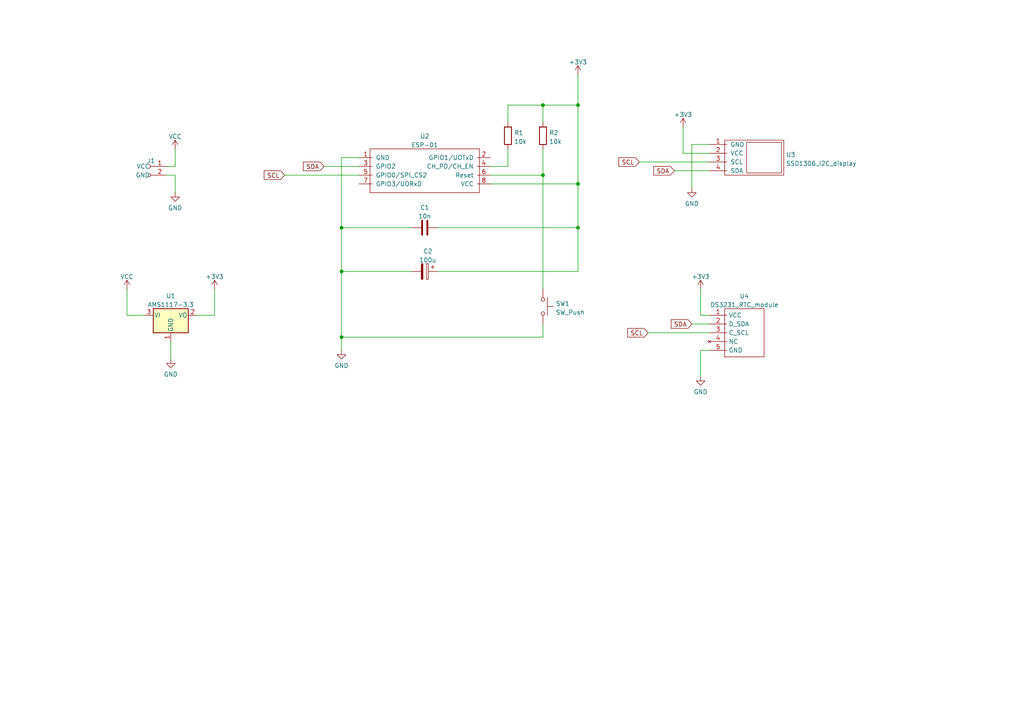
<source format=kicad_sch>
(kicad_sch (version 20211123) (generator eeschema)
  (paper "A4")
  (lib_symbols
    (symbol "Device:C" (pin_numbers hide) (pin_names (offset 0.254))
      (property "Reference" "C" (at 0.635 2.54 0))
      (property "Value" "C" (at 0.635 -2.54 0))
      (symbol "C_0_1"
        (polyline (pts (xy -2.032 -0.762) (xy 2.032 -0.762)) (stroke (width 0.508)))
        (polyline (pts (xy -2.032 0.762) (xy 2.032 0.762)) (stroke (width 0.508)))
      )
      (symbol "C_1_1"
        (pin passive line (at 0 3.81 270) (length 2.794) (name "~") (number "1"))
        (pin passive line (at 0 -3.81 90) (length 2.794) (name "~") (number "2"))
      )
    )
    (symbol "Device:C_Polarized" (pin_numbers hide) (pin_names (offset 0.254))
      (property "Reference" "C" (at 0.635 2.54 0))
      (property "Value" "C_Polarized" (at 0.635 -2.54 0))
      (symbol "C_Polarized_0_1"
        (rectangle (start -2.286 0.508) (end 2.286 1.016))
        (polyline (pts (xy -1.778 2.286) (xy -0.762 2.286)))
        (polyline (pts (xy -1.27 2.794) (xy -1.27 1.778)))
        (rectangle (start 2.286 -0.508) (end -2.286 -1.016) (fill (type outline)))
      )
      (symbol "C_Polarized_1_1"
        (pin passive line (at 0 3.81 270) (length 2.794) (name "~") (number "1"))
        (pin passive line (at 0 -3.81 90) (length 2.794) (name "~") (number "2"))
      )
    )
    (symbol "Device:R" (pin_numbers hide) (pin_names (offset 0))
      (property "Reference" "R" (at 2.032 0 90))
      (property "Value" "R" (at 0 0 90))
      (symbol "R_0_1"
        (rectangle (start -1.016 -2.54) (end 1.016 2.54) (stroke (width 0.254)))
      )
      (symbol "R_1_1"
        (pin passive line (at 0 3.81 270) (length 1.27) (name "~") (number "1"))
        (pin passive line (at 0 -3.81 90) (length 1.27) (name "~") (number "2"))
      )
    )
    (symbol "My_Arduino:ESP-01" (pin_names (offset 1.016))
      (property "Reference" "U" (at 4.445 3.81 0))
      (property "Value" "ESP-01" (at 6.985 -11.43 0))
      (symbol "ESP-01_0_1"
        (polyline (pts (xy 3.175 2.54) (xy 34.925 2.54) (xy 34.925 -10.16) (xy 3.175 -10.16) (xy 3.175 2.54)) (stroke (width 0.1524)))
      )
      (symbol "ESP-01_1_1"
        (pin output line (at 0 0 0) (length 3.81) (name "GND") (number "1"))
        (pin power_in line (at 38.1 0 180) (length 3.81) (name "GPIO1/UOTxD") (number "2"))
        (pin input line (at 0 -2.54 0) (length 3.81) (name "GPIO2") (number "3"))
        (pin tri_state line (at 38.1 -2.54 180) (length 3.81) (name "CH_PD/CH_EN") (number "4"))
        (pin input line (at 0 -5.08 0) (length 3.81) (name "GPIO0/SPI_CS2") (number "5"))
        (pin tri_state line (at 38.1 -5.08 180) (length 3.81) (name "Reset") (number "6"))
        (pin power_in line (at 0 -7.62 0) (length 3.81) (name "GPIO3/UORxD") (number "7"))
        (pin input line (at 38.1 -7.62 180) (length 3.81) (name "VCC") (number "8"))
      )
    )
    (symbol "My_Headers:2-pin_power_input_header" (pin_names (offset 1.016))
      (property "Reference" "J" (at 0 2.54 0))
      (symbol "2-pin_power_input_header_1_1"
        (arc (start 0 -2.032) (mid -0.508 -2.54) (end 0 -3.048) (stroke (width 0.1524)))
        (polyline (pts (xy -1.27 -2.54) (xy -0.508 -2.54)) (stroke (width 0.1524)))
        (polyline (pts (xy -1.27 0) (xy -0.508 0)) (stroke (width 0.1524)))
        (arc (start 0 0.508) (mid -0.508 0) (end 0 -0.508) (stroke (width 0.1524)))
        (pin power_out line (at -5.08 0 0) (length 3.81) (name "VCC") (number "1"))
        (pin power_out line (at -5.08 -2.54 0) (length 3.81) (name "GND") (number "2"))
      )
    )
    (symbol "My_Parts:DS3231_RTC_module"
      (property "Reference" "U" (at 5.715 3.175 0))
      (property "Value" "DS3231_RTC_module" (at 8.89 -13.335 0))
      (symbol "DS3231_RTC_module_0_1"
        (polyline (pts (xy 4.445 1.905) (xy 4.445 -12.065) (xy 15.875 -12.065) (xy 15.875 1.905) (xy 4.445 1.905)) (stroke (width 0.1524)))
      )
      (symbol "DS3231_RTC_module_1_1"
        (pin power_in line (at 0 -10.16 0) (length 5.08) (name "VCC") (number "1"))
        (pin bidirectional line (at 0 -7.62 0) (length 5.08) (name "D_SDA") (number "2"))
        (pin bidirectional line (at 0 -5.08 0) (length 5.08) (name "C_SCL") (number "3"))
        (pin no_connect line (at 0 -2.54 0) (length 5.08) (name "NC") (number "4"))
        (pin power_in line (at 0 0 0) (length 5.08) (name "GND") (number "5"))
      )
    )
    (symbol "My_Parts:SSD1306_I2C_display" (pin_names (offset 1.016))
      (property "Reference" "U" (at 5.715 2.54 0))
      (property "Value" "SSD1306_I2C_display" (at 12.7 -10.795 0))
      (symbol "SSD1306_I2C_display_0_1"
        (rectangle (start 4.445 1.27) (end 21.59 -8.89))
        (rectangle (start 10.795 0.635) (end 20.955 -8.255))
      )
      (symbol "SSD1306_I2C_display_1_1"
        (pin power_in line (at 0 0 0) (length 5.08) (name "GND") (number "1"))
        (pin power_in line (at 0 -2.54 0) (length 5.08) (name "VCC") (number "2"))
        (pin input line (at 0 -5.08 0) (length 5.08) (name "SCL") (number "3"))
        (pin input line (at 0 -7.62 0) (length 5.08) (name "SDA") (number "4"))
      )
    )
    (symbol "Regulator_Linear:AMS1117-3.3" (pin_names (offset 0.254))
      (property "Reference" "U" (at -3.81 3.175 0))
      (property "Value" "AMS1117-3.3" (at 0 3.175 0))
      (symbol "AMS1117-3.3_0_1"
        (rectangle (start -5.08 -5.08) (end 5.08 1.905) (stroke (width 0.254)) (fill (type background)))
      )
      (symbol "AMS1117-3.3_1_1"
        (pin power_in line (at 0 -7.62 90) (length 2.54) (name "GND") (number "1"))
        (pin power_out line (at 7.62 0 180) (length 2.54) (name "VO") (number "2"))
        (pin power_in line (at -7.62 0 0) (length 2.54) (name "VI") (number "3"))
      )
    )
    (symbol "Switch:SW_Push" (pin_numbers hide) (pin_names (offset 1.016) hide)
      (property "Reference" "SW" (at 1.27 2.54 0))
      (property "Value" "SW_Push" (at 0 -1.524 0))
      (symbol "SW_Push_0_1"
        (circle (center -2.032 0) (radius 0.508))
        (polyline (pts (xy 0 1.27) (xy 0 3.048)))
        (polyline (pts (xy 2.54 1.27) (xy -2.54 1.27)))
        (circle (center 2.032 0) (radius 0.508))
        (pin passive line (at -5.08 0 0) (length 2.54) (name "1") (number "1"))
        (pin passive line (at 5.08 0 180) (length 2.54) (name "2") (number "2"))
      )
    )
    (symbol "power:+3.3V" (power) (pin_names (offset 0))
      (property "Value" "+3.3V" (at 0 3.556 0))
      (symbol "+3.3V_0_1"
        (polyline (pts (xy -0.762 1.27) (xy 0 2.54)))
        (polyline (pts (xy 0 0) (xy 0 2.54)))
        (polyline (pts (xy 0 2.54) (xy 0.762 1.27)))
      )
      (symbol "+3.3V_1_1"
        (pin power_in line (at 0 0 90) (length 0) hide (name "+3V3") (number "1"))
      )
    )
    (symbol "power:GND" (power) (pin_names (offset 0))
      (property "Value" "GND" (at 0 -3.81 0))
      (symbol "GND_0_1"
        (polyline (pts (xy 0 0) (xy 0 -1.27) (xy 1.27 -1.27) (xy 0 -2.54) (xy -1.27 -1.27) (xy 0 -1.27)))
      )
      (symbol "GND_1_1"
        (pin power_in line (at 0 0 270) (length 0) hide (name "GND") (number "1"))
      )
    )
    (symbol "power:VCC" (power) (pin_names (offset 0))
      (property "Value" "VCC" (at 0 3.81 0))
      (symbol "VCC_0_1"
        (polyline (pts (xy -0.762 1.27) (xy 0 2.54)))
        (polyline (pts (xy 0 0) (xy 0 2.54)))
        (polyline (pts (xy 0 2.54) (xy 0.762 1.27)))
      )
      (symbol "VCC_1_1"
        (pin power_in line (at 0 0 90) (length 0) hide (name "VCC") (number "1"))
      )
    )
  )
  (junction (at 167.64 53.34))
  (junction (at 99.06 97.79))
  (junction (at 157.48 50.8))
  (junction (at 157.48 30.48))
  (junction (at 99.06 66.04))
  (junction (at 167.64 66.04))
  (junction (at 99.06 78.74))
  (junction (at 167.64 30.48))
  (wire (pts (xy 50.8 50.8) (xy 50.8 55.88)))
  (wire (pts (xy 48.26 48.26) (xy 50.8 48.26)))
  (wire (pts (xy 99.06 66.04) (xy 119.38 66.04)))
  (wire (pts (xy 99.06 97.79) (xy 99.06 101.6)))
  (wire (pts (xy 104.14 45.72) (xy 99.06 45.72)))
  (wire (pts (xy 200.66 54.61) (xy 200.66 41.91)))
  (wire (pts (xy 147.32 35.56) (xy 147.32 30.48)))
  (wire (pts (xy 127 66.04) (xy 167.64 66.04)))
  (wire (pts (xy 167.64 30.48) (xy 167.64 53.34)))
  (wire (pts (xy 187.96 96.52) (xy 205.74 96.52)))
  (wire (pts (xy 57.15 91.44) (xy 62.23 91.44)))
  (wire (pts (xy 157.48 50.8) (xy 157.48 83.82)))
  (wire (pts (xy 198.12 44.45) (xy 198.12 36.83)))
  (wire (pts (xy 205.74 44.45) (xy 198.12 44.45)))
  (wire (pts (xy 203.2 91.44) (xy 203.2 83.82)))
  (wire (pts (xy 157.48 30.48) (xy 167.64 30.48)))
  (wire (pts (xy 99.06 97.79) (xy 157.48 97.79)))
  (wire (pts (xy 185.42 46.99) (xy 205.74 46.99)))
  (wire (pts (xy 99.06 78.74) (xy 99.06 97.79)))
  (wire (pts (xy 157.48 50.8) (xy 157.48 43.18)))
  (wire (pts (xy 50.8 48.26) (xy 50.8 43.18)))
  (wire (pts (xy 99.06 45.72) (xy 99.06 66.04)))
  (wire (pts (xy 203.2 109.22) (xy 203.2 101.6)))
  (wire (pts (xy 167.64 21.59) (xy 167.64 30.48)))
  (wire (pts (xy 99.06 78.74) (xy 119.38 78.74)))
  (wire (pts (xy 62.23 91.44) (xy 62.23 83.82)))
  (wire (pts (xy 142.24 50.8) (xy 157.48 50.8)))
  (wire (pts (xy 93.98 48.26) (xy 104.14 48.26)))
  (wire (pts (xy 157.48 30.48) (xy 157.48 35.56)))
  (wire (pts (xy 203.2 91.44) (xy 205.74 91.44)))
  (wire (pts (xy 82.55 50.8) (xy 104.14 50.8)))
  (wire (pts (xy 167.64 66.04) (xy 167.64 53.34)))
  (wire (pts (xy 142.24 53.34) (xy 167.64 53.34)))
  (wire (pts (xy 200.66 41.91) (xy 205.74 41.91)))
  (wire (pts (xy 147.32 30.48) (xy 157.48 30.48)))
  (wire (pts (xy 127 78.74) (xy 167.64 78.74)))
  (wire (pts (xy 157.48 93.98) (xy 157.48 97.79)))
  (wire (pts (xy 147.32 48.26) (xy 147.32 43.18)))
  (wire (pts (xy 36.83 83.82) (xy 36.83 91.44)))
  (wire (pts (xy 49.53 99.06) (xy 49.53 104.14)))
  (wire (pts (xy 203.2 101.6) (xy 205.74 101.6)))
  (wire (pts (xy 200.66 93.98) (xy 205.74 93.98)))
  (wire (pts (xy 195.58 49.53) (xy 205.74 49.53)))
  (wire (pts (xy 142.24 48.26) (xy 147.32 48.26)))
  (wire (pts (xy 36.83 91.44) (xy 41.91 91.44)))
  (wire (pts (xy 99.06 66.04) (xy 99.06 78.74)))
  (wire (pts (xy 167.64 78.74) (xy 167.64 66.04)))
  (wire (pts (xy 48.26 50.8) (xy 50.8 50.8)))
  (global_label "SDA" (shape input) (at 195.58 49.53 180) (property "Intersheet References" "${INTERSHEET_REFS}" (effects hide)))
  (global_label "SCL" (shape input) (at 185.42 46.99 180) (property "Intersheet References" "${INTERSHEET_REFS}" (effects hide)))
  (global_label "SCL" (shape input) (at 187.96 96.52 180) (property "Intersheet References" "${INTERSHEET_REFS}" (effects hide)))
  (global_label "SDA" (shape input) (at 200.66 93.98 180) (property "Intersheet References" "${INTERSHEET_REFS}" (effects hide)))
  (global_label "SCL" (shape input) (at 82.55 50.8 180) (property "Intersheet References" "${INTERSHEET_REFS}" (effects hide)))
  (global_label "SDA" (shape input) (at 93.98 48.26 180) (property "Intersheet References" "${INTERSHEET_REFS}" (effects hide)))
  (symbol (lib_id "Device:R") (at 157.48 39.37 0) (unit 1)
    (property "Reference" "R2" (at 159.258 38.5353 0) (effects (justify left)))
    (property "Value" "10k" (at 159.258 41.0722 0) (effects (justify left)))
    (property "Footprint" "My_Misc:R_Axial_DIN0207_L6.3mm_D2.5mm_P10.16mm_Horizontal_larger_pads" (effects hide))
  )
  (symbol (lib_id "power:+3.3V") (at 198.12 36.83 0) (unit 1)
    (property "Reference" "#PWR0109" (effects hide))
    (property "Value" "+3.3V" (at 198.12 33.2542 0))
  )
  (symbol (lib_id "power:+3.3V") (at 167.64 21.59 0) (unit 1)
    (property "Reference" "#PWR0111" (effects hide))
    (property "Value" "+3.3V" (at 167.64 18.0142 0))
  )
  (symbol (lib_id "Device:C") (at 123.19 66.04 90) (unit 1)
    (property "Reference" "C1" (at 123.19 60.1812 90))
    (property "Value" "10n" (at 123.19 62.7181 90))
    (property "Footprint" "My_Misc:C_Disc_D3.0mm_W1.6mm_P2.50mm_larg" (effects hide))
  )
  (symbol (lib_id "power:VCC") (at 36.83 83.82 0) (unit 1)
    (property "Reference" "#PWR0104" (effects hide))
    (property "Value" "VCC" (at 36.83 80.2442 0))
  )
  (symbol (lib_id "power:VCC") (at 50.8 43.18 0) (unit 1)
    (property "Reference" "#PWR0107" (effects hide))
    (property "Value" "VCC" (at 50.8 39.6042 0))
  )
  (symbol (lib_id "Device:R") (at 147.32 39.37 0) (unit 1)
    (property "Reference" "R1" (at 149.098 38.5353 0) (effects (justify left)))
    (property "Value" "10k" (at 149.098 41.0722 0) (effects (justify left)))
    (property "Footprint" "My_Misc:R_Axial_DIN0207_L6.3mm_D2.5mm_P10.16mm_Horizontal_larger_pads" (effects hide))
  )
  (symbol (lib_id "power:+3.3V") (at 203.2 83.82 0) (unit 1)
    (property "Reference" "#PWR0110" (effects hide))
    (property "Value" "+3.3V" (at 203.2 80.2442 0))
  )
  (symbol (lib_id "power:GND") (at 49.53 104.14 0) (unit 1)
    (property "Reference" "#PWR0105" (effects hide))
    (property "Value" "GND" (at 49.53 108.5834 0))
  )
  (symbol (lib_id "Switch:SW_Push") (at 157.48 88.9 270) (unit 1)
    (property "Reference" "SW1" (at 161.163 88.0653 90) (effects (justify left)))
    (property "Value" "SW_Push" (at 161.163 90.6022 90) (effects (justify left)))
    (property "Footprint" "My_Misc:SW_PUSH_6mm_large" (effects hide))
  )
  (symbol (lib_id "Regulator_Linear:AMS1117-3.3") (at 49.53 91.44 0) (unit 1)
    (property "Reference" "U1" (at 49.53 85.8352 0))
    (property "Value" "AMS1117-3.3" (at 49.53 88.3721 0))
    (property "Footprint" "Package_TO_SOT_SMD:SOT-223-3_TabPin2" (effects hide))
    (property "Datasheet" "http://www.advanced-monolithic.com/pdf/ds1117.pdf" (effects hide))
  )
  (symbol (lib_id "Device:C_Polarized") (at 123.19 78.74 270) (unit 1)
    (property "Reference" "C2" (at 124.079 72.8812 90))
    (property "Value" "100u" (at 124.079 75.4181 90))
    (property "Footprint" "My_Misc:CP_Radial_D5.0mm_P2.00mm_larger" (effects hide))
  )
  (symbol (lib_id "My_Parts:SSD1306_I2C_display") (at 205.74 41.91 0) (unit 1)
    (property "Reference" "U3" (at 227.965 44.8853 0) (effects (justify left)))
    (property "Value" "SSD1306_I2C_display" (at 227.965 47.4222 0) (effects (justify left)))
    (property "Footprint" "My_Parts:SSD1306_I2C_0.96_OLED_display_large" (effects hide))
  )
  (symbol (lib_id "power:GND") (at 99.06 101.6 0) (unit 1)
    (property "Reference" "#PWR0101" (effects hide))
    (property "Value" "GND" (at 99.06 106.0434 0))
  )
  (symbol (lib_id "power:GND") (at 50.8 55.88 0) (unit 1)
    (property "Reference" "#PWR0108" (effects hide))
    (property "Value" "GND" (at 50.8 60.3234 0))
  )
  (symbol (lib_id "power:GND") (at 203.2 109.22 0) (unit 1)
    (property "Reference" "#PWR0102" (effects hide))
    (property "Value" "GND" (at 203.2 113.6634 0))
  )
  (symbol (lib_id "power:GND") (at 200.66 54.61 0) (unit 1)
    (property "Reference" "#PWR0106" (effects hide))
    (property "Value" "GND" (at 200.66 59.0534 0))
  )
  (symbol (lib_id "My_Headers:2-pin_power_input_header") (at 43.18 48.26 0) (mirror y) (unit 1)
    (property "Reference" "J1" (at 43.815 46.64 0))
    (property "Value" "2-pin_power_input_header" (effects hide))
    (property "Footprint" "My_Headers:2-pin_power_input_header_larger_pads" (effects hide))
  )
  (symbol (lib_id "power:+3.3V") (at 62.23 83.82 0) (unit 1)
    (property "Reference" "#PWR0103" (effects hide))
    (property "Value" "+3.3V" (at 62.23 80.2442 0))
  )
  (symbol (lib_id "My_Arduino:ESP-01") (at 104.14 45.72 0) (unit 1)
    (property "Reference" "U2" (at 123.19 39.531 0))
    (property "Value" "ESP-01" (at 123.19 42.0679 0))
    (property "Footprint" "My_Arduino:ESP-01_w_pin_socket_large" (effects hide))
    (property "Datasheet" "http://l0l.org.uk/2014/12/esp8266-modules-hardware-guide-gotta-catch-em-all/" (effects hide))
  )
  (symbol (lib_id "My_Parts:DS3231_RTC_module") (at 205.74 101.6 0) (mirror x) (unit 1)
    (property "Reference" "U4" (at 215.9 85.886 0))
    (property "Value" "DS3231_RTC_module" (at 215.9 88.4229 0))
    (property "Footprint" "My_Parts:DS3231_RTC_module_large" (effects hide))
  )
)
</source>
